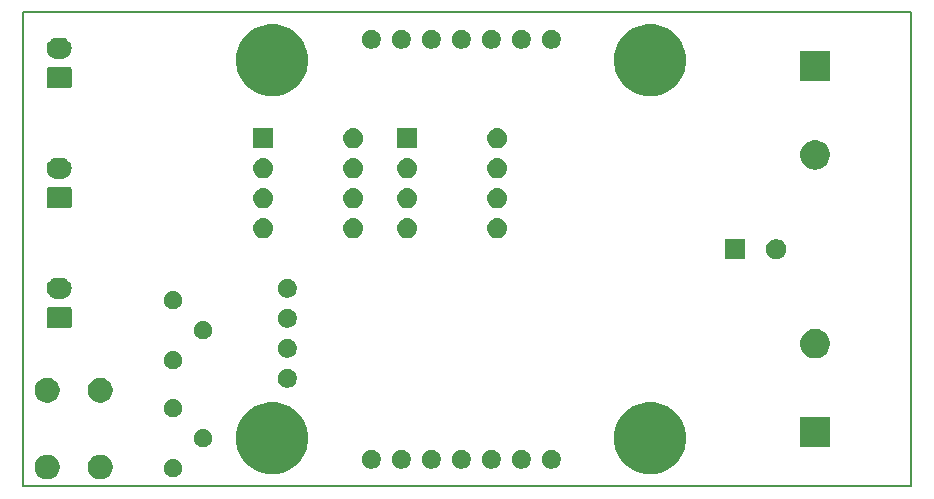
<source format=gbs>
%TF.GenerationSoftware,KiCad,Pcbnew,5.0.2+dfsg1-1*%
%TF.CreationDate,2022-03-26T23:48:49+09:00*%
%TF.ProjectId,pwm-esc,70776d2d-6573-4632-9e6b-696361645f70,rev?*%
%TF.SameCoordinates,Original*%
%TF.FileFunction,Soldermask,Bot*%
%TF.FilePolarity,Negative*%
%FSLAX46Y46*%
G04 Gerber Fmt 4.6, Leading zero omitted, Abs format (unit mm)*
G04 Created by KiCad (PCBNEW 5.0.2+dfsg1-1) date Sat 26 Mar 2022 11:48:49 PM JST*
%MOMM*%
%LPD*%
G01*
G04 APERTURE LIST*
%ADD10C,0.150000*%
%ADD11C,0.100000*%
G04 APERTURE END LIST*
D10*
X109728000Y-121920000D02*
X109728000Y-81788000D01*
X184912000Y-121920000D02*
X109728000Y-121920000D01*
X184912000Y-81788000D02*
X184912000Y-121920000D01*
X109728000Y-81788000D02*
X184912000Y-81788000D01*
D11*
G36*
X116566565Y-119281389D02*
X116757834Y-119360615D01*
X116929976Y-119475637D01*
X117076363Y-119622024D01*
X117191385Y-119794166D01*
X117270611Y-119985435D01*
X117311000Y-120188484D01*
X117311000Y-120395516D01*
X117270611Y-120598565D01*
X117191385Y-120789834D01*
X117076363Y-120961976D01*
X116929976Y-121108363D01*
X116757834Y-121223385D01*
X116566565Y-121302611D01*
X116363516Y-121343000D01*
X116156484Y-121343000D01*
X115953435Y-121302611D01*
X115762166Y-121223385D01*
X115590024Y-121108363D01*
X115443637Y-120961976D01*
X115328615Y-120789834D01*
X115249389Y-120598565D01*
X115209000Y-120395516D01*
X115209000Y-120188484D01*
X115249389Y-119985435D01*
X115328615Y-119794166D01*
X115443637Y-119622024D01*
X115590024Y-119475637D01*
X115762166Y-119360615D01*
X115953435Y-119281389D01*
X116156484Y-119241000D01*
X116363516Y-119241000D01*
X116566565Y-119281389D01*
X116566565Y-119281389D01*
G37*
G36*
X112066565Y-119281389D02*
X112257834Y-119360615D01*
X112429976Y-119475637D01*
X112576363Y-119622024D01*
X112691385Y-119794166D01*
X112770611Y-119985435D01*
X112811000Y-120188484D01*
X112811000Y-120395516D01*
X112770611Y-120598565D01*
X112691385Y-120789834D01*
X112576363Y-120961976D01*
X112429976Y-121108363D01*
X112257834Y-121223385D01*
X112066565Y-121302611D01*
X111863516Y-121343000D01*
X111656484Y-121343000D01*
X111453435Y-121302611D01*
X111262166Y-121223385D01*
X111090024Y-121108363D01*
X110943637Y-120961976D01*
X110828615Y-120789834D01*
X110749389Y-120598565D01*
X110709000Y-120395516D01*
X110709000Y-120188484D01*
X110749389Y-119985435D01*
X110828615Y-119794166D01*
X110943637Y-119622024D01*
X111090024Y-119475637D01*
X111262166Y-119360615D01*
X111453435Y-119281389D01*
X111656484Y-119241000D01*
X111863516Y-119241000D01*
X112066565Y-119281389D01*
X112066565Y-119281389D01*
G37*
G36*
X122553589Y-119634876D02*
X122652893Y-119654629D01*
X122793206Y-119712748D01*
X122919484Y-119797125D01*
X123026875Y-119904516D01*
X123111252Y-120030794D01*
X123169371Y-120171107D01*
X123199000Y-120320063D01*
X123199000Y-120471937D01*
X123169371Y-120620893D01*
X123111252Y-120761206D01*
X123026875Y-120887484D01*
X122919484Y-120994875D01*
X122793206Y-121079252D01*
X122652893Y-121137371D01*
X122553589Y-121157124D01*
X122503938Y-121167000D01*
X122352062Y-121167000D01*
X122302411Y-121157124D01*
X122203107Y-121137371D01*
X122062794Y-121079252D01*
X121936516Y-120994875D01*
X121829125Y-120887484D01*
X121744748Y-120761206D01*
X121686629Y-120620893D01*
X121657000Y-120471937D01*
X121657000Y-120320063D01*
X121686629Y-120171107D01*
X121744748Y-120030794D01*
X121829125Y-119904516D01*
X121936516Y-119797125D01*
X122062794Y-119712748D01*
X122203107Y-119654629D01*
X122302411Y-119634876D01*
X122352062Y-119625000D01*
X122503938Y-119625000D01*
X122553589Y-119634876D01*
X122553589Y-119634876D01*
G37*
G36*
X131699941Y-114922248D02*
X131699943Y-114922249D01*
X131699944Y-114922249D01*
X132255190Y-115152239D01*
X132613923Y-115391937D01*
X132754902Y-115486136D01*
X133179864Y-115911098D01*
X133179866Y-115911101D01*
X133513761Y-116410810D01*
X133743751Y-116966056D01*
X133743752Y-116966059D01*
X133861000Y-117555501D01*
X133861000Y-118156499D01*
X133772981Y-118599000D01*
X133743751Y-118745944D01*
X133513761Y-119301190D01*
X133238767Y-119712748D01*
X133179864Y-119800902D01*
X132754902Y-120225864D01*
X132754899Y-120225866D01*
X132255190Y-120559761D01*
X131699944Y-120789751D01*
X131699943Y-120789751D01*
X131699941Y-120789752D01*
X131110499Y-120907000D01*
X130509501Y-120907000D01*
X129920059Y-120789752D01*
X129920057Y-120789751D01*
X129920056Y-120789751D01*
X129364810Y-120559761D01*
X128865101Y-120225866D01*
X128865098Y-120225864D01*
X128440136Y-119800902D01*
X128381233Y-119712748D01*
X128106239Y-119301190D01*
X127876249Y-118745944D01*
X127847020Y-118599000D01*
X127759000Y-118156499D01*
X127759000Y-117555501D01*
X127876248Y-116966059D01*
X127876249Y-116966056D01*
X128106239Y-116410810D01*
X128440134Y-115911101D01*
X128440136Y-115911098D01*
X128865098Y-115486136D01*
X129006077Y-115391937D01*
X129364810Y-115152239D01*
X129920056Y-114922249D01*
X129920057Y-114922249D01*
X129920059Y-114922248D01*
X130509501Y-114805000D01*
X131110499Y-114805000D01*
X131699941Y-114922248D01*
X131699941Y-114922248D01*
G37*
G36*
X163699941Y-114922248D02*
X163699943Y-114922249D01*
X163699944Y-114922249D01*
X164255190Y-115152239D01*
X164613923Y-115391937D01*
X164754902Y-115486136D01*
X165179864Y-115911098D01*
X165179866Y-115911101D01*
X165513761Y-116410810D01*
X165743751Y-116966056D01*
X165743752Y-116966059D01*
X165861000Y-117555501D01*
X165861000Y-118156499D01*
X165772981Y-118599000D01*
X165743751Y-118745944D01*
X165513761Y-119301190D01*
X165238767Y-119712748D01*
X165179864Y-119800902D01*
X164754902Y-120225864D01*
X164754899Y-120225866D01*
X164255190Y-120559761D01*
X163699944Y-120789751D01*
X163699943Y-120789751D01*
X163699941Y-120789752D01*
X163110499Y-120907000D01*
X162509501Y-120907000D01*
X161920059Y-120789752D01*
X161920057Y-120789751D01*
X161920056Y-120789751D01*
X161364810Y-120559761D01*
X160865101Y-120225866D01*
X160865098Y-120225864D01*
X160440136Y-119800902D01*
X160381233Y-119712748D01*
X160106239Y-119301190D01*
X159876249Y-118745944D01*
X159847020Y-118599000D01*
X159759000Y-118156499D01*
X159759000Y-117555501D01*
X159876248Y-116966059D01*
X159876249Y-116966056D01*
X160106239Y-116410810D01*
X160440134Y-115911101D01*
X160440136Y-115911098D01*
X160865098Y-115486136D01*
X161006077Y-115391937D01*
X161364810Y-115152239D01*
X161920056Y-114922249D01*
X161920057Y-114922249D01*
X161920059Y-114922248D01*
X162509501Y-114805000D01*
X163110499Y-114805000D01*
X163699941Y-114922248D01*
X163699941Y-114922248D01*
G37*
G36*
X152127142Y-118854242D02*
X152275102Y-118915530D01*
X152408258Y-119004502D01*
X152521498Y-119117742D01*
X152610470Y-119250898D01*
X152671758Y-119398858D01*
X152703000Y-119555925D01*
X152703000Y-119716075D01*
X152671758Y-119873142D01*
X152610470Y-120021102D01*
X152521498Y-120154258D01*
X152408258Y-120267498D01*
X152275102Y-120356470D01*
X152127142Y-120417758D01*
X151970075Y-120449000D01*
X151809925Y-120449000D01*
X151652858Y-120417758D01*
X151504898Y-120356470D01*
X151371742Y-120267498D01*
X151258502Y-120154258D01*
X151169530Y-120021102D01*
X151108242Y-119873142D01*
X151077000Y-119716075D01*
X151077000Y-119555925D01*
X151108242Y-119398858D01*
X151169530Y-119250898D01*
X151258502Y-119117742D01*
X151371742Y-119004502D01*
X151504898Y-118915530D01*
X151652858Y-118854242D01*
X151809925Y-118823000D01*
X151970075Y-118823000D01*
X152127142Y-118854242D01*
X152127142Y-118854242D01*
G37*
G36*
X149587142Y-118854242D02*
X149735102Y-118915530D01*
X149868258Y-119004502D01*
X149981498Y-119117742D01*
X150070470Y-119250898D01*
X150131758Y-119398858D01*
X150163000Y-119555925D01*
X150163000Y-119716075D01*
X150131758Y-119873142D01*
X150070470Y-120021102D01*
X149981498Y-120154258D01*
X149868258Y-120267498D01*
X149735102Y-120356470D01*
X149587142Y-120417758D01*
X149430075Y-120449000D01*
X149269925Y-120449000D01*
X149112858Y-120417758D01*
X148964898Y-120356470D01*
X148831742Y-120267498D01*
X148718502Y-120154258D01*
X148629530Y-120021102D01*
X148568242Y-119873142D01*
X148537000Y-119716075D01*
X148537000Y-119555925D01*
X148568242Y-119398858D01*
X148629530Y-119250898D01*
X148718502Y-119117742D01*
X148831742Y-119004502D01*
X148964898Y-118915530D01*
X149112858Y-118854242D01*
X149269925Y-118823000D01*
X149430075Y-118823000D01*
X149587142Y-118854242D01*
X149587142Y-118854242D01*
G37*
G36*
X147047142Y-118854242D02*
X147195102Y-118915530D01*
X147328258Y-119004502D01*
X147441498Y-119117742D01*
X147530470Y-119250898D01*
X147591758Y-119398858D01*
X147623000Y-119555925D01*
X147623000Y-119716075D01*
X147591758Y-119873142D01*
X147530470Y-120021102D01*
X147441498Y-120154258D01*
X147328258Y-120267498D01*
X147195102Y-120356470D01*
X147047142Y-120417758D01*
X146890075Y-120449000D01*
X146729925Y-120449000D01*
X146572858Y-120417758D01*
X146424898Y-120356470D01*
X146291742Y-120267498D01*
X146178502Y-120154258D01*
X146089530Y-120021102D01*
X146028242Y-119873142D01*
X145997000Y-119716075D01*
X145997000Y-119555925D01*
X146028242Y-119398858D01*
X146089530Y-119250898D01*
X146178502Y-119117742D01*
X146291742Y-119004502D01*
X146424898Y-118915530D01*
X146572858Y-118854242D01*
X146729925Y-118823000D01*
X146890075Y-118823000D01*
X147047142Y-118854242D01*
X147047142Y-118854242D01*
G37*
G36*
X144507142Y-118854242D02*
X144655102Y-118915530D01*
X144788258Y-119004502D01*
X144901498Y-119117742D01*
X144990470Y-119250898D01*
X145051758Y-119398858D01*
X145083000Y-119555925D01*
X145083000Y-119716075D01*
X145051758Y-119873142D01*
X144990470Y-120021102D01*
X144901498Y-120154258D01*
X144788258Y-120267498D01*
X144655102Y-120356470D01*
X144507142Y-120417758D01*
X144350075Y-120449000D01*
X144189925Y-120449000D01*
X144032858Y-120417758D01*
X143884898Y-120356470D01*
X143751742Y-120267498D01*
X143638502Y-120154258D01*
X143549530Y-120021102D01*
X143488242Y-119873142D01*
X143457000Y-119716075D01*
X143457000Y-119555925D01*
X143488242Y-119398858D01*
X143549530Y-119250898D01*
X143638502Y-119117742D01*
X143751742Y-119004502D01*
X143884898Y-118915530D01*
X144032858Y-118854242D01*
X144189925Y-118823000D01*
X144350075Y-118823000D01*
X144507142Y-118854242D01*
X144507142Y-118854242D01*
G37*
G36*
X141967142Y-118854242D02*
X142115102Y-118915530D01*
X142248258Y-119004502D01*
X142361498Y-119117742D01*
X142450470Y-119250898D01*
X142511758Y-119398858D01*
X142543000Y-119555925D01*
X142543000Y-119716075D01*
X142511758Y-119873142D01*
X142450470Y-120021102D01*
X142361498Y-120154258D01*
X142248258Y-120267498D01*
X142115102Y-120356470D01*
X141967142Y-120417758D01*
X141810075Y-120449000D01*
X141649925Y-120449000D01*
X141492858Y-120417758D01*
X141344898Y-120356470D01*
X141211742Y-120267498D01*
X141098502Y-120154258D01*
X141009530Y-120021102D01*
X140948242Y-119873142D01*
X140917000Y-119716075D01*
X140917000Y-119555925D01*
X140948242Y-119398858D01*
X141009530Y-119250898D01*
X141098502Y-119117742D01*
X141211742Y-119004502D01*
X141344898Y-118915530D01*
X141492858Y-118854242D01*
X141649925Y-118823000D01*
X141810075Y-118823000D01*
X141967142Y-118854242D01*
X141967142Y-118854242D01*
G37*
G36*
X139427142Y-118854242D02*
X139575102Y-118915530D01*
X139708258Y-119004502D01*
X139821498Y-119117742D01*
X139910470Y-119250898D01*
X139971758Y-119398858D01*
X140003000Y-119555925D01*
X140003000Y-119716075D01*
X139971758Y-119873142D01*
X139910470Y-120021102D01*
X139821498Y-120154258D01*
X139708258Y-120267498D01*
X139575102Y-120356470D01*
X139427142Y-120417758D01*
X139270075Y-120449000D01*
X139109925Y-120449000D01*
X138952858Y-120417758D01*
X138804898Y-120356470D01*
X138671742Y-120267498D01*
X138558502Y-120154258D01*
X138469530Y-120021102D01*
X138408242Y-119873142D01*
X138377000Y-119716075D01*
X138377000Y-119555925D01*
X138408242Y-119398858D01*
X138469530Y-119250898D01*
X138558502Y-119117742D01*
X138671742Y-119004502D01*
X138804898Y-118915530D01*
X138952858Y-118854242D01*
X139109925Y-118823000D01*
X139270075Y-118823000D01*
X139427142Y-118854242D01*
X139427142Y-118854242D01*
G37*
G36*
X154667142Y-118854242D02*
X154815102Y-118915530D01*
X154948258Y-119004502D01*
X155061498Y-119117742D01*
X155150470Y-119250898D01*
X155211758Y-119398858D01*
X155243000Y-119555925D01*
X155243000Y-119716075D01*
X155211758Y-119873142D01*
X155150470Y-120021102D01*
X155061498Y-120154258D01*
X154948258Y-120267498D01*
X154815102Y-120356470D01*
X154667142Y-120417758D01*
X154510075Y-120449000D01*
X154349925Y-120449000D01*
X154192858Y-120417758D01*
X154044898Y-120356470D01*
X153911742Y-120267498D01*
X153798502Y-120154258D01*
X153709530Y-120021102D01*
X153648242Y-119873142D01*
X153617000Y-119716075D01*
X153617000Y-119555925D01*
X153648242Y-119398858D01*
X153709530Y-119250898D01*
X153798502Y-119117742D01*
X153911742Y-119004502D01*
X154044898Y-118915530D01*
X154192858Y-118854242D01*
X154349925Y-118823000D01*
X154510075Y-118823000D01*
X154667142Y-118854242D01*
X154667142Y-118854242D01*
G37*
G36*
X125093589Y-117094876D02*
X125192893Y-117114629D01*
X125333206Y-117172748D01*
X125459484Y-117257125D01*
X125566875Y-117364516D01*
X125651252Y-117490794D01*
X125709371Y-117631107D01*
X125739000Y-117780063D01*
X125739000Y-117931937D01*
X125709371Y-118080893D01*
X125651252Y-118221206D01*
X125566875Y-118347484D01*
X125459484Y-118454875D01*
X125333206Y-118539252D01*
X125192893Y-118597371D01*
X125093589Y-118617124D01*
X125043938Y-118627000D01*
X124892062Y-118627000D01*
X124842411Y-118617124D01*
X124743107Y-118597371D01*
X124602794Y-118539252D01*
X124476516Y-118454875D01*
X124369125Y-118347484D01*
X124284748Y-118221206D01*
X124226629Y-118080893D01*
X124197000Y-117931937D01*
X124197000Y-117780063D01*
X124226629Y-117631107D01*
X124284748Y-117490794D01*
X124369125Y-117364516D01*
X124476516Y-117257125D01*
X124602794Y-117172748D01*
X124743107Y-117114629D01*
X124842411Y-117094876D01*
X124892062Y-117085000D01*
X125043938Y-117085000D01*
X125093589Y-117094876D01*
X125093589Y-117094876D01*
G37*
G36*
X178035000Y-118599000D02*
X175533000Y-118599000D01*
X175533000Y-116097000D01*
X178035000Y-116097000D01*
X178035000Y-118599000D01*
X178035000Y-118599000D01*
G37*
G36*
X122553589Y-114554876D02*
X122652893Y-114574629D01*
X122793206Y-114632748D01*
X122919484Y-114717125D01*
X123026875Y-114824516D01*
X123111252Y-114950794D01*
X123169371Y-115091107D01*
X123199000Y-115240063D01*
X123199000Y-115391937D01*
X123169371Y-115540893D01*
X123111252Y-115681206D01*
X123026875Y-115807484D01*
X122919484Y-115914875D01*
X122793206Y-115999252D01*
X122652893Y-116057371D01*
X122553589Y-116077124D01*
X122503938Y-116087000D01*
X122352062Y-116087000D01*
X122302411Y-116077124D01*
X122203107Y-116057371D01*
X122062794Y-115999252D01*
X121936516Y-115914875D01*
X121829125Y-115807484D01*
X121744748Y-115681206D01*
X121686629Y-115540893D01*
X121657000Y-115391937D01*
X121657000Y-115240063D01*
X121686629Y-115091107D01*
X121744748Y-114950794D01*
X121829125Y-114824516D01*
X121936516Y-114717125D01*
X122062794Y-114632748D01*
X122203107Y-114574629D01*
X122302411Y-114554876D01*
X122352062Y-114545000D01*
X122503938Y-114545000D01*
X122553589Y-114554876D01*
X122553589Y-114554876D01*
G37*
G36*
X112066565Y-112781389D02*
X112257834Y-112860615D01*
X112429976Y-112975637D01*
X112576363Y-113122024D01*
X112691385Y-113294166D01*
X112770611Y-113485435D01*
X112811000Y-113688484D01*
X112811000Y-113895516D01*
X112770611Y-114098565D01*
X112691385Y-114289834D01*
X112576363Y-114461976D01*
X112429976Y-114608363D01*
X112257834Y-114723385D01*
X112066565Y-114802611D01*
X111863516Y-114843000D01*
X111656484Y-114843000D01*
X111453435Y-114802611D01*
X111262166Y-114723385D01*
X111090024Y-114608363D01*
X110943637Y-114461976D01*
X110828615Y-114289834D01*
X110749389Y-114098565D01*
X110709000Y-113895516D01*
X110709000Y-113688484D01*
X110749389Y-113485435D01*
X110828615Y-113294166D01*
X110943637Y-113122024D01*
X111090024Y-112975637D01*
X111262166Y-112860615D01*
X111453435Y-112781389D01*
X111656484Y-112741000D01*
X111863516Y-112741000D01*
X112066565Y-112781389D01*
X112066565Y-112781389D01*
G37*
G36*
X116566565Y-112781389D02*
X116757834Y-112860615D01*
X116929976Y-112975637D01*
X117076363Y-113122024D01*
X117191385Y-113294166D01*
X117270611Y-113485435D01*
X117311000Y-113688484D01*
X117311000Y-113895516D01*
X117270611Y-114098565D01*
X117191385Y-114289834D01*
X117076363Y-114461976D01*
X116929976Y-114608363D01*
X116757834Y-114723385D01*
X116566565Y-114802611D01*
X116363516Y-114843000D01*
X116156484Y-114843000D01*
X115953435Y-114802611D01*
X115762166Y-114723385D01*
X115590024Y-114608363D01*
X115443637Y-114461976D01*
X115328615Y-114289834D01*
X115249389Y-114098565D01*
X115209000Y-113895516D01*
X115209000Y-113688484D01*
X115249389Y-113485435D01*
X115328615Y-113294166D01*
X115443637Y-113122024D01*
X115590024Y-112975637D01*
X115762166Y-112860615D01*
X115953435Y-112781389D01*
X116156484Y-112741000D01*
X116363516Y-112741000D01*
X116566565Y-112781389D01*
X116566565Y-112781389D01*
G37*
G36*
X132317142Y-111994242D02*
X132465102Y-112055530D01*
X132598258Y-112144502D01*
X132711498Y-112257742D01*
X132800470Y-112390898D01*
X132861758Y-112538858D01*
X132893000Y-112695925D01*
X132893000Y-112856075D01*
X132861758Y-113013142D01*
X132816657Y-113122024D01*
X132800471Y-113161100D01*
X132711560Y-113294166D01*
X132711498Y-113294258D01*
X132598258Y-113407498D01*
X132465102Y-113496470D01*
X132317142Y-113557758D01*
X132160075Y-113589000D01*
X131999925Y-113589000D01*
X131842858Y-113557758D01*
X131694898Y-113496470D01*
X131561742Y-113407498D01*
X131448502Y-113294258D01*
X131448441Y-113294166D01*
X131359529Y-113161100D01*
X131343343Y-113122024D01*
X131298242Y-113013142D01*
X131267000Y-112856075D01*
X131267000Y-112695925D01*
X131298242Y-112538858D01*
X131359530Y-112390898D01*
X131448502Y-112257742D01*
X131561742Y-112144502D01*
X131694898Y-112055530D01*
X131842858Y-111994242D01*
X131999925Y-111963000D01*
X132160075Y-111963000D01*
X132317142Y-111994242D01*
X132317142Y-111994242D01*
G37*
G36*
X122553589Y-110490876D02*
X122652893Y-110510629D01*
X122793206Y-110568748D01*
X122919484Y-110653125D01*
X123026875Y-110760516D01*
X123111252Y-110886794D01*
X123169371Y-111027107D01*
X123199000Y-111176063D01*
X123199000Y-111327937D01*
X123169371Y-111476893D01*
X123111252Y-111617206D01*
X123026875Y-111743484D01*
X122919484Y-111850875D01*
X122793206Y-111935252D01*
X122652893Y-111993371D01*
X122553589Y-112013124D01*
X122503938Y-112023000D01*
X122352062Y-112023000D01*
X122302411Y-112013124D01*
X122203107Y-111993371D01*
X122062794Y-111935252D01*
X121936516Y-111850875D01*
X121829125Y-111743484D01*
X121744748Y-111617206D01*
X121686629Y-111476893D01*
X121657000Y-111327937D01*
X121657000Y-111176063D01*
X121686629Y-111027107D01*
X121744748Y-110886794D01*
X121829125Y-110760516D01*
X121936516Y-110653125D01*
X122062794Y-110568748D01*
X122203107Y-110510629D01*
X122302411Y-110490876D01*
X122352062Y-110481000D01*
X122503938Y-110481000D01*
X122553589Y-110490876D01*
X122553589Y-110490876D01*
G37*
G36*
X176967636Y-108609019D02*
X177148903Y-108645075D01*
X177376571Y-108739378D01*
X177580542Y-108875668D01*
X177581469Y-108876287D01*
X177755713Y-109050531D01*
X177755715Y-109050534D01*
X177892622Y-109255429D01*
X177986925Y-109483097D01*
X178035000Y-109724787D01*
X178035000Y-109971213D01*
X177986925Y-110212903D01*
X177892622Y-110440571D01*
X177756332Y-110644542D01*
X177755713Y-110645469D01*
X177581469Y-110819713D01*
X177581466Y-110819715D01*
X177376571Y-110956622D01*
X177148903Y-111050925D01*
X176967636Y-111086981D01*
X176907214Y-111099000D01*
X176660786Y-111099000D01*
X176600364Y-111086981D01*
X176419097Y-111050925D01*
X176191429Y-110956622D01*
X175986534Y-110819715D01*
X175986531Y-110819713D01*
X175812287Y-110645469D01*
X175811668Y-110644542D01*
X175675378Y-110440571D01*
X175581075Y-110212903D01*
X175533000Y-109971213D01*
X175533000Y-109724787D01*
X175581075Y-109483097D01*
X175675378Y-109255429D01*
X175812285Y-109050534D01*
X175812287Y-109050531D01*
X175986531Y-108876287D01*
X175987458Y-108875668D01*
X176191429Y-108739378D01*
X176419097Y-108645075D01*
X176600364Y-108609019D01*
X176660786Y-108597000D01*
X176907214Y-108597000D01*
X176967636Y-108609019D01*
X176967636Y-108609019D01*
G37*
G36*
X132317142Y-109454242D02*
X132465102Y-109515530D01*
X132532130Y-109560317D01*
X132598257Y-109604501D01*
X132711499Y-109717743D01*
X132755683Y-109783870D01*
X132800470Y-109850898D01*
X132861758Y-109998858D01*
X132893000Y-110155925D01*
X132893000Y-110316075D01*
X132861758Y-110473142D01*
X132858503Y-110481000D01*
X132800471Y-110621100D01*
X132711499Y-110754257D01*
X132598257Y-110867499D01*
X132532130Y-110911683D01*
X132465102Y-110956470D01*
X132465101Y-110956471D01*
X132465100Y-110956471D01*
X132464735Y-110956622D01*
X132317142Y-111017758D01*
X132160075Y-111049000D01*
X131999925Y-111049000D01*
X131842858Y-111017758D01*
X131695265Y-110956622D01*
X131694900Y-110956471D01*
X131694899Y-110956471D01*
X131694898Y-110956470D01*
X131627870Y-110911683D01*
X131561743Y-110867499D01*
X131448501Y-110754257D01*
X131359529Y-110621100D01*
X131301497Y-110481000D01*
X131298242Y-110473142D01*
X131267000Y-110316075D01*
X131267000Y-110155925D01*
X131298242Y-109998858D01*
X131359530Y-109850898D01*
X131404317Y-109783870D01*
X131448501Y-109717743D01*
X131561743Y-109604501D01*
X131627870Y-109560317D01*
X131694898Y-109515530D01*
X131842858Y-109454242D01*
X131999925Y-109423000D01*
X132160075Y-109423000D01*
X132317142Y-109454242D01*
X132317142Y-109454242D01*
G37*
G36*
X125093589Y-107950876D02*
X125192893Y-107970629D01*
X125333206Y-108028748D01*
X125459484Y-108113125D01*
X125566875Y-108220516D01*
X125651252Y-108346794D01*
X125709371Y-108487107D01*
X125739000Y-108636063D01*
X125739000Y-108787937D01*
X125709371Y-108936893D01*
X125651252Y-109077206D01*
X125566875Y-109203484D01*
X125459484Y-109310875D01*
X125333206Y-109395252D01*
X125192893Y-109453371D01*
X125093589Y-109473124D01*
X125043938Y-109483000D01*
X124892062Y-109483000D01*
X124842411Y-109473124D01*
X124743107Y-109453371D01*
X124602794Y-109395252D01*
X124476516Y-109310875D01*
X124369125Y-109203484D01*
X124284748Y-109077206D01*
X124226629Y-108936893D01*
X124197000Y-108787937D01*
X124197000Y-108636063D01*
X124226629Y-108487107D01*
X124284748Y-108346794D01*
X124369125Y-108220516D01*
X124476516Y-108113125D01*
X124602794Y-108028748D01*
X124743107Y-107970629D01*
X124842411Y-107950876D01*
X124892062Y-107941000D01*
X125043938Y-107941000D01*
X125093589Y-107950876D01*
X125093589Y-107950876D01*
G37*
G36*
X113684600Y-106758989D02*
X113717649Y-106769014D01*
X113748106Y-106785294D01*
X113774799Y-106807201D01*
X113796706Y-106833894D01*
X113812986Y-106864351D01*
X113823011Y-106897400D01*
X113827000Y-106937904D01*
X113827000Y-108374096D01*
X113823011Y-108414600D01*
X113812986Y-108447649D01*
X113796706Y-108478106D01*
X113774799Y-108504799D01*
X113748106Y-108526706D01*
X113717649Y-108542986D01*
X113684600Y-108553011D01*
X113644096Y-108557000D01*
X111907904Y-108557000D01*
X111867400Y-108553011D01*
X111834351Y-108542986D01*
X111803894Y-108526706D01*
X111777201Y-108504799D01*
X111755294Y-108478106D01*
X111739014Y-108447649D01*
X111728989Y-108414600D01*
X111725000Y-108374096D01*
X111725000Y-106937904D01*
X111728989Y-106897400D01*
X111739014Y-106864351D01*
X111755294Y-106833894D01*
X111777201Y-106807201D01*
X111803894Y-106785294D01*
X111834351Y-106769014D01*
X111867400Y-106758989D01*
X111907904Y-106755000D01*
X113644096Y-106755000D01*
X113684600Y-106758989D01*
X113684600Y-106758989D01*
G37*
G36*
X132317142Y-106914242D02*
X132465102Y-106975530D01*
X132598258Y-107064502D01*
X132711498Y-107177742D01*
X132800470Y-107310898D01*
X132861758Y-107458858D01*
X132893000Y-107615925D01*
X132893000Y-107776075D01*
X132861758Y-107933142D01*
X132858503Y-107941000D01*
X132800471Y-108081100D01*
X132711499Y-108214257D01*
X132598257Y-108327499D01*
X132532130Y-108371683D01*
X132465102Y-108416470D01*
X132317142Y-108477758D01*
X132160075Y-108509000D01*
X131999925Y-108509000D01*
X131842858Y-108477758D01*
X131694898Y-108416470D01*
X131627870Y-108371683D01*
X131561743Y-108327499D01*
X131448501Y-108214257D01*
X131359529Y-108081100D01*
X131301497Y-107941000D01*
X131298242Y-107933142D01*
X131267000Y-107776075D01*
X131267000Y-107615925D01*
X131298242Y-107458858D01*
X131359530Y-107310898D01*
X131448502Y-107177742D01*
X131561742Y-107064502D01*
X131694898Y-106975530D01*
X131842858Y-106914242D01*
X131999925Y-106883000D01*
X132160075Y-106883000D01*
X132317142Y-106914242D01*
X132317142Y-106914242D01*
G37*
G36*
X122553589Y-105410876D02*
X122652893Y-105430629D01*
X122793206Y-105488748D01*
X122919484Y-105573125D01*
X123026875Y-105680516D01*
X123111252Y-105806794D01*
X123169371Y-105947107D01*
X123199000Y-106096063D01*
X123199000Y-106247937D01*
X123169371Y-106396893D01*
X123111252Y-106537206D01*
X123026875Y-106663484D01*
X122919484Y-106770875D01*
X122793206Y-106855252D01*
X122652893Y-106913371D01*
X122553589Y-106933124D01*
X122503938Y-106943000D01*
X122352062Y-106943000D01*
X122302411Y-106933124D01*
X122203107Y-106913371D01*
X122062794Y-106855252D01*
X121936516Y-106770875D01*
X121829125Y-106663484D01*
X121744748Y-106537206D01*
X121686629Y-106396893D01*
X121657000Y-106247937D01*
X121657000Y-106096063D01*
X121686629Y-105947107D01*
X121744748Y-105806794D01*
X121829125Y-105680516D01*
X121936516Y-105573125D01*
X122062794Y-105488748D01*
X122203107Y-105430629D01*
X122302411Y-105410876D01*
X122352062Y-105401000D01*
X122503938Y-105401000D01*
X122553589Y-105410876D01*
X122553589Y-105410876D01*
G37*
G36*
X113036442Y-104261518D02*
X113102627Y-104268037D01*
X113215853Y-104302384D01*
X113272467Y-104319557D01*
X113374774Y-104374242D01*
X113428991Y-104403222D01*
X113464729Y-104432552D01*
X113566186Y-104515814D01*
X113649448Y-104617271D01*
X113678778Y-104653009D01*
X113678779Y-104653011D01*
X113762443Y-104809533D01*
X113762443Y-104809534D01*
X113813963Y-104979373D01*
X113831359Y-105156000D01*
X113813963Y-105332627D01*
X113793222Y-105401000D01*
X113762443Y-105502467D01*
X113724675Y-105573125D01*
X113678778Y-105658991D01*
X113661113Y-105680516D01*
X113566186Y-105796186D01*
X113468358Y-105876470D01*
X113428991Y-105908778D01*
X113428989Y-105908779D01*
X113272467Y-105992443D01*
X113215853Y-106009616D01*
X113102627Y-106043963D01*
X113036442Y-106050482D01*
X112970260Y-106057000D01*
X112581740Y-106057000D01*
X112515558Y-106050482D01*
X112449373Y-106043963D01*
X112336147Y-106009616D01*
X112279533Y-105992443D01*
X112123011Y-105908779D01*
X112123009Y-105908778D01*
X112083642Y-105876470D01*
X111985814Y-105796186D01*
X111890887Y-105680516D01*
X111873222Y-105658991D01*
X111827325Y-105573125D01*
X111789557Y-105502467D01*
X111758778Y-105401000D01*
X111738037Y-105332627D01*
X111720641Y-105156000D01*
X111738037Y-104979373D01*
X111789557Y-104809534D01*
X111789557Y-104809533D01*
X111873221Y-104653011D01*
X111873222Y-104653009D01*
X111902552Y-104617271D01*
X111985814Y-104515814D01*
X112087271Y-104432552D01*
X112123009Y-104403222D01*
X112177226Y-104374242D01*
X112279533Y-104319557D01*
X112336147Y-104302384D01*
X112449373Y-104268037D01*
X112515558Y-104261518D01*
X112581740Y-104255000D01*
X112970260Y-104255000D01*
X113036442Y-104261518D01*
X113036442Y-104261518D01*
G37*
G36*
X132317142Y-104374242D02*
X132465102Y-104435530D01*
X132532130Y-104480317D01*
X132598257Y-104524501D01*
X132711499Y-104637743D01*
X132755683Y-104703870D01*
X132800470Y-104770898D01*
X132861758Y-104918858D01*
X132893000Y-105075925D01*
X132893000Y-105236075D01*
X132861758Y-105393142D01*
X132858503Y-105401000D01*
X132800471Y-105541100D01*
X132711499Y-105674257D01*
X132598257Y-105787499D01*
X132532130Y-105831683D01*
X132465102Y-105876470D01*
X132317142Y-105937758D01*
X132160075Y-105969000D01*
X131999925Y-105969000D01*
X131842858Y-105937758D01*
X131694898Y-105876470D01*
X131627870Y-105831683D01*
X131561743Y-105787499D01*
X131448501Y-105674257D01*
X131359529Y-105541100D01*
X131301497Y-105401000D01*
X131298242Y-105393142D01*
X131267000Y-105236075D01*
X131267000Y-105075925D01*
X131298242Y-104918858D01*
X131359530Y-104770898D01*
X131404317Y-104703870D01*
X131448501Y-104637743D01*
X131561743Y-104524501D01*
X131627870Y-104480317D01*
X131694898Y-104435530D01*
X131842858Y-104374242D01*
X131999925Y-104343000D01*
X132160075Y-104343000D01*
X132317142Y-104374242D01*
X132317142Y-104374242D01*
G37*
G36*
X173730228Y-101035703D02*
X173885100Y-101099853D01*
X174024481Y-101192985D01*
X174143015Y-101311519D01*
X174236147Y-101450900D01*
X174300297Y-101605772D01*
X174333000Y-101770184D01*
X174333000Y-101937816D01*
X174300297Y-102102228D01*
X174236147Y-102257100D01*
X174143015Y-102396481D01*
X174024481Y-102515015D01*
X173885100Y-102608147D01*
X173730228Y-102672297D01*
X173565816Y-102705000D01*
X173398184Y-102705000D01*
X173233772Y-102672297D01*
X173078900Y-102608147D01*
X172939519Y-102515015D01*
X172820985Y-102396481D01*
X172727853Y-102257100D01*
X172663703Y-102102228D01*
X172631000Y-101937816D01*
X172631000Y-101770184D01*
X172663703Y-101605772D01*
X172727853Y-101450900D01*
X172820985Y-101311519D01*
X172939519Y-101192985D01*
X173078900Y-101099853D01*
X173233772Y-101035703D01*
X173398184Y-101003000D01*
X173565816Y-101003000D01*
X173730228Y-101035703D01*
X173730228Y-101035703D01*
G37*
G36*
X170833000Y-102705000D02*
X169131000Y-102705000D01*
X169131000Y-101003000D01*
X170833000Y-101003000D01*
X170833000Y-102705000D01*
X170833000Y-102705000D01*
G37*
G36*
X150026821Y-99237313D02*
X150026824Y-99237314D01*
X150026825Y-99237314D01*
X150187239Y-99285975D01*
X150187241Y-99285976D01*
X150187244Y-99285977D01*
X150335078Y-99364995D01*
X150464659Y-99471341D01*
X150571005Y-99600922D01*
X150650023Y-99748756D01*
X150698687Y-99909179D01*
X150715117Y-100076000D01*
X150698687Y-100242821D01*
X150650023Y-100403244D01*
X150571005Y-100551078D01*
X150464659Y-100680659D01*
X150335078Y-100787005D01*
X150187244Y-100866023D01*
X150187241Y-100866024D01*
X150187239Y-100866025D01*
X150026825Y-100914686D01*
X150026824Y-100914686D01*
X150026821Y-100914687D01*
X149901804Y-100927000D01*
X149818196Y-100927000D01*
X149693179Y-100914687D01*
X149693176Y-100914686D01*
X149693175Y-100914686D01*
X149532761Y-100866025D01*
X149532759Y-100866024D01*
X149532756Y-100866023D01*
X149384922Y-100787005D01*
X149255341Y-100680659D01*
X149148995Y-100551078D01*
X149069977Y-100403244D01*
X149021313Y-100242821D01*
X149004883Y-100076000D01*
X149021313Y-99909179D01*
X149069977Y-99748756D01*
X149148995Y-99600922D01*
X149255341Y-99471341D01*
X149384922Y-99364995D01*
X149532756Y-99285977D01*
X149532759Y-99285976D01*
X149532761Y-99285975D01*
X149693175Y-99237314D01*
X149693176Y-99237314D01*
X149693179Y-99237313D01*
X149818196Y-99225000D01*
X149901804Y-99225000D01*
X150026821Y-99237313D01*
X150026821Y-99237313D01*
G37*
G36*
X130214821Y-99237313D02*
X130214824Y-99237314D01*
X130214825Y-99237314D01*
X130375239Y-99285975D01*
X130375241Y-99285976D01*
X130375244Y-99285977D01*
X130523078Y-99364995D01*
X130652659Y-99471341D01*
X130759005Y-99600922D01*
X130838023Y-99748756D01*
X130886687Y-99909179D01*
X130903117Y-100076000D01*
X130886687Y-100242821D01*
X130838023Y-100403244D01*
X130759005Y-100551078D01*
X130652659Y-100680659D01*
X130523078Y-100787005D01*
X130375244Y-100866023D01*
X130375241Y-100866024D01*
X130375239Y-100866025D01*
X130214825Y-100914686D01*
X130214824Y-100914686D01*
X130214821Y-100914687D01*
X130089804Y-100927000D01*
X130006196Y-100927000D01*
X129881179Y-100914687D01*
X129881176Y-100914686D01*
X129881175Y-100914686D01*
X129720761Y-100866025D01*
X129720759Y-100866024D01*
X129720756Y-100866023D01*
X129572922Y-100787005D01*
X129443341Y-100680659D01*
X129336995Y-100551078D01*
X129257977Y-100403244D01*
X129209313Y-100242821D01*
X129192883Y-100076000D01*
X129209313Y-99909179D01*
X129257977Y-99748756D01*
X129336995Y-99600922D01*
X129443341Y-99471341D01*
X129572922Y-99364995D01*
X129720756Y-99285977D01*
X129720759Y-99285976D01*
X129720761Y-99285975D01*
X129881175Y-99237314D01*
X129881176Y-99237314D01*
X129881179Y-99237313D01*
X130006196Y-99225000D01*
X130089804Y-99225000D01*
X130214821Y-99237313D01*
X130214821Y-99237313D01*
G37*
G36*
X137834821Y-99237313D02*
X137834824Y-99237314D01*
X137834825Y-99237314D01*
X137995239Y-99285975D01*
X137995241Y-99285976D01*
X137995244Y-99285977D01*
X138143078Y-99364995D01*
X138272659Y-99471341D01*
X138379005Y-99600922D01*
X138458023Y-99748756D01*
X138506687Y-99909179D01*
X138523117Y-100076000D01*
X138506687Y-100242821D01*
X138458023Y-100403244D01*
X138379005Y-100551078D01*
X138272659Y-100680659D01*
X138143078Y-100787005D01*
X137995244Y-100866023D01*
X137995241Y-100866024D01*
X137995239Y-100866025D01*
X137834825Y-100914686D01*
X137834824Y-100914686D01*
X137834821Y-100914687D01*
X137709804Y-100927000D01*
X137626196Y-100927000D01*
X137501179Y-100914687D01*
X137501176Y-100914686D01*
X137501175Y-100914686D01*
X137340761Y-100866025D01*
X137340759Y-100866024D01*
X137340756Y-100866023D01*
X137192922Y-100787005D01*
X137063341Y-100680659D01*
X136956995Y-100551078D01*
X136877977Y-100403244D01*
X136829313Y-100242821D01*
X136812883Y-100076000D01*
X136829313Y-99909179D01*
X136877977Y-99748756D01*
X136956995Y-99600922D01*
X137063341Y-99471341D01*
X137192922Y-99364995D01*
X137340756Y-99285977D01*
X137340759Y-99285976D01*
X137340761Y-99285975D01*
X137501175Y-99237314D01*
X137501176Y-99237314D01*
X137501179Y-99237313D01*
X137626196Y-99225000D01*
X137709804Y-99225000D01*
X137834821Y-99237313D01*
X137834821Y-99237313D01*
G37*
G36*
X142406821Y-99237313D02*
X142406824Y-99237314D01*
X142406825Y-99237314D01*
X142567239Y-99285975D01*
X142567241Y-99285976D01*
X142567244Y-99285977D01*
X142715078Y-99364995D01*
X142844659Y-99471341D01*
X142951005Y-99600922D01*
X143030023Y-99748756D01*
X143078687Y-99909179D01*
X143095117Y-100076000D01*
X143078687Y-100242821D01*
X143030023Y-100403244D01*
X142951005Y-100551078D01*
X142844659Y-100680659D01*
X142715078Y-100787005D01*
X142567244Y-100866023D01*
X142567241Y-100866024D01*
X142567239Y-100866025D01*
X142406825Y-100914686D01*
X142406824Y-100914686D01*
X142406821Y-100914687D01*
X142281804Y-100927000D01*
X142198196Y-100927000D01*
X142073179Y-100914687D01*
X142073176Y-100914686D01*
X142073175Y-100914686D01*
X141912761Y-100866025D01*
X141912759Y-100866024D01*
X141912756Y-100866023D01*
X141764922Y-100787005D01*
X141635341Y-100680659D01*
X141528995Y-100551078D01*
X141449977Y-100403244D01*
X141401313Y-100242821D01*
X141384883Y-100076000D01*
X141401313Y-99909179D01*
X141449977Y-99748756D01*
X141528995Y-99600922D01*
X141635341Y-99471341D01*
X141764922Y-99364995D01*
X141912756Y-99285977D01*
X141912759Y-99285976D01*
X141912761Y-99285975D01*
X142073175Y-99237314D01*
X142073176Y-99237314D01*
X142073179Y-99237313D01*
X142198196Y-99225000D01*
X142281804Y-99225000D01*
X142406821Y-99237313D01*
X142406821Y-99237313D01*
G37*
G36*
X113684600Y-96598989D02*
X113717649Y-96609014D01*
X113748106Y-96625294D01*
X113774799Y-96647201D01*
X113796706Y-96673894D01*
X113812986Y-96704351D01*
X113823011Y-96737400D01*
X113827000Y-96777904D01*
X113827000Y-98214096D01*
X113823011Y-98254600D01*
X113812986Y-98287649D01*
X113796706Y-98318106D01*
X113774799Y-98344799D01*
X113748106Y-98366706D01*
X113717649Y-98382986D01*
X113684600Y-98393011D01*
X113644096Y-98397000D01*
X111907904Y-98397000D01*
X111867400Y-98393011D01*
X111834351Y-98382986D01*
X111803894Y-98366706D01*
X111777201Y-98344799D01*
X111755294Y-98318106D01*
X111739014Y-98287649D01*
X111728989Y-98254600D01*
X111725000Y-98214096D01*
X111725000Y-96777904D01*
X111728989Y-96737400D01*
X111739014Y-96704351D01*
X111755294Y-96673894D01*
X111777201Y-96647201D01*
X111803894Y-96625294D01*
X111834351Y-96609014D01*
X111867400Y-96598989D01*
X111907904Y-96595000D01*
X113644096Y-96595000D01*
X113684600Y-96598989D01*
X113684600Y-96598989D01*
G37*
G36*
X137834821Y-96697313D02*
X137834824Y-96697314D01*
X137834825Y-96697314D01*
X137995239Y-96745975D01*
X137995241Y-96745976D01*
X137995244Y-96745977D01*
X138143078Y-96824995D01*
X138272659Y-96931341D01*
X138379005Y-97060922D01*
X138458023Y-97208756D01*
X138506687Y-97369179D01*
X138523117Y-97536000D01*
X138506687Y-97702821D01*
X138458023Y-97863244D01*
X138379005Y-98011078D01*
X138272659Y-98140659D01*
X138143078Y-98247005D01*
X137995244Y-98326023D01*
X137995241Y-98326024D01*
X137995239Y-98326025D01*
X137834825Y-98374686D01*
X137834824Y-98374686D01*
X137834821Y-98374687D01*
X137709804Y-98387000D01*
X137626196Y-98387000D01*
X137501179Y-98374687D01*
X137501176Y-98374686D01*
X137501175Y-98374686D01*
X137340761Y-98326025D01*
X137340759Y-98326024D01*
X137340756Y-98326023D01*
X137192922Y-98247005D01*
X137063341Y-98140659D01*
X136956995Y-98011078D01*
X136877977Y-97863244D01*
X136829313Y-97702821D01*
X136812883Y-97536000D01*
X136829313Y-97369179D01*
X136877977Y-97208756D01*
X136956995Y-97060922D01*
X137063341Y-96931341D01*
X137192922Y-96824995D01*
X137340756Y-96745977D01*
X137340759Y-96745976D01*
X137340761Y-96745975D01*
X137501175Y-96697314D01*
X137501176Y-96697314D01*
X137501179Y-96697313D01*
X137626196Y-96685000D01*
X137709804Y-96685000D01*
X137834821Y-96697313D01*
X137834821Y-96697313D01*
G37*
G36*
X130214821Y-96697313D02*
X130214824Y-96697314D01*
X130214825Y-96697314D01*
X130375239Y-96745975D01*
X130375241Y-96745976D01*
X130375244Y-96745977D01*
X130523078Y-96824995D01*
X130652659Y-96931341D01*
X130759005Y-97060922D01*
X130838023Y-97208756D01*
X130886687Y-97369179D01*
X130903117Y-97536000D01*
X130886687Y-97702821D01*
X130838023Y-97863244D01*
X130759005Y-98011078D01*
X130652659Y-98140659D01*
X130523078Y-98247005D01*
X130375244Y-98326023D01*
X130375241Y-98326024D01*
X130375239Y-98326025D01*
X130214825Y-98374686D01*
X130214824Y-98374686D01*
X130214821Y-98374687D01*
X130089804Y-98387000D01*
X130006196Y-98387000D01*
X129881179Y-98374687D01*
X129881176Y-98374686D01*
X129881175Y-98374686D01*
X129720761Y-98326025D01*
X129720759Y-98326024D01*
X129720756Y-98326023D01*
X129572922Y-98247005D01*
X129443341Y-98140659D01*
X129336995Y-98011078D01*
X129257977Y-97863244D01*
X129209313Y-97702821D01*
X129192883Y-97536000D01*
X129209313Y-97369179D01*
X129257977Y-97208756D01*
X129336995Y-97060922D01*
X129443341Y-96931341D01*
X129572922Y-96824995D01*
X129720756Y-96745977D01*
X129720759Y-96745976D01*
X129720761Y-96745975D01*
X129881175Y-96697314D01*
X129881176Y-96697314D01*
X129881179Y-96697313D01*
X130006196Y-96685000D01*
X130089804Y-96685000D01*
X130214821Y-96697313D01*
X130214821Y-96697313D01*
G37*
G36*
X142406821Y-96697313D02*
X142406824Y-96697314D01*
X142406825Y-96697314D01*
X142567239Y-96745975D01*
X142567241Y-96745976D01*
X142567244Y-96745977D01*
X142715078Y-96824995D01*
X142844659Y-96931341D01*
X142951005Y-97060922D01*
X143030023Y-97208756D01*
X143078687Y-97369179D01*
X143095117Y-97536000D01*
X143078687Y-97702821D01*
X143030023Y-97863244D01*
X142951005Y-98011078D01*
X142844659Y-98140659D01*
X142715078Y-98247005D01*
X142567244Y-98326023D01*
X142567241Y-98326024D01*
X142567239Y-98326025D01*
X142406825Y-98374686D01*
X142406824Y-98374686D01*
X142406821Y-98374687D01*
X142281804Y-98387000D01*
X142198196Y-98387000D01*
X142073179Y-98374687D01*
X142073176Y-98374686D01*
X142073175Y-98374686D01*
X141912761Y-98326025D01*
X141912759Y-98326024D01*
X141912756Y-98326023D01*
X141764922Y-98247005D01*
X141635341Y-98140659D01*
X141528995Y-98011078D01*
X141449977Y-97863244D01*
X141401313Y-97702821D01*
X141384883Y-97536000D01*
X141401313Y-97369179D01*
X141449977Y-97208756D01*
X141528995Y-97060922D01*
X141635341Y-96931341D01*
X141764922Y-96824995D01*
X141912756Y-96745977D01*
X141912759Y-96745976D01*
X141912761Y-96745975D01*
X142073175Y-96697314D01*
X142073176Y-96697314D01*
X142073179Y-96697313D01*
X142198196Y-96685000D01*
X142281804Y-96685000D01*
X142406821Y-96697313D01*
X142406821Y-96697313D01*
G37*
G36*
X150026821Y-96697313D02*
X150026824Y-96697314D01*
X150026825Y-96697314D01*
X150187239Y-96745975D01*
X150187241Y-96745976D01*
X150187244Y-96745977D01*
X150335078Y-96824995D01*
X150464659Y-96931341D01*
X150571005Y-97060922D01*
X150650023Y-97208756D01*
X150698687Y-97369179D01*
X150715117Y-97536000D01*
X150698687Y-97702821D01*
X150650023Y-97863244D01*
X150571005Y-98011078D01*
X150464659Y-98140659D01*
X150335078Y-98247005D01*
X150187244Y-98326023D01*
X150187241Y-98326024D01*
X150187239Y-98326025D01*
X150026825Y-98374686D01*
X150026824Y-98374686D01*
X150026821Y-98374687D01*
X149901804Y-98387000D01*
X149818196Y-98387000D01*
X149693179Y-98374687D01*
X149693176Y-98374686D01*
X149693175Y-98374686D01*
X149532761Y-98326025D01*
X149532759Y-98326024D01*
X149532756Y-98326023D01*
X149384922Y-98247005D01*
X149255341Y-98140659D01*
X149148995Y-98011078D01*
X149069977Y-97863244D01*
X149021313Y-97702821D01*
X149004883Y-97536000D01*
X149021313Y-97369179D01*
X149069977Y-97208756D01*
X149148995Y-97060922D01*
X149255341Y-96931341D01*
X149384922Y-96824995D01*
X149532756Y-96745977D01*
X149532759Y-96745976D01*
X149532761Y-96745975D01*
X149693175Y-96697314D01*
X149693176Y-96697314D01*
X149693179Y-96697313D01*
X149818196Y-96685000D01*
X149901804Y-96685000D01*
X150026821Y-96697313D01*
X150026821Y-96697313D01*
G37*
G36*
X113036442Y-94101518D02*
X113102627Y-94108037D01*
X113215853Y-94142384D01*
X113272467Y-94159557D01*
X113359311Y-94205977D01*
X113428991Y-94243222D01*
X113464729Y-94272552D01*
X113566186Y-94355814D01*
X113645591Y-94452571D01*
X113678778Y-94493009D01*
X113678779Y-94493011D01*
X113762443Y-94649533D01*
X113779616Y-94706147D01*
X113813963Y-94819373D01*
X113831359Y-94996000D01*
X113813963Y-95172627D01*
X113779616Y-95285853D01*
X113762443Y-95342467D01*
X113693698Y-95471078D01*
X113678778Y-95498991D01*
X113649448Y-95534729D01*
X113566186Y-95636186D01*
X113464729Y-95719448D01*
X113428991Y-95748778D01*
X113428989Y-95748779D01*
X113272467Y-95832443D01*
X113265069Y-95834687D01*
X113102627Y-95883963D01*
X113036442Y-95890482D01*
X112970260Y-95897000D01*
X112581740Y-95897000D01*
X112515557Y-95890481D01*
X112449373Y-95883963D01*
X112286931Y-95834687D01*
X112279533Y-95832443D01*
X112123011Y-95748779D01*
X112123009Y-95748778D01*
X112087271Y-95719448D01*
X111985814Y-95636186D01*
X111902552Y-95534729D01*
X111873222Y-95498991D01*
X111858302Y-95471078D01*
X111789557Y-95342467D01*
X111772384Y-95285853D01*
X111738037Y-95172627D01*
X111720641Y-94996000D01*
X111738037Y-94819373D01*
X111772384Y-94706147D01*
X111789557Y-94649533D01*
X111873221Y-94493011D01*
X111873222Y-94493009D01*
X111906409Y-94452571D01*
X111985814Y-94355814D01*
X112087271Y-94272552D01*
X112123009Y-94243222D01*
X112192689Y-94205977D01*
X112279533Y-94159557D01*
X112336147Y-94142384D01*
X112449373Y-94108037D01*
X112515558Y-94101518D01*
X112581740Y-94095000D01*
X112970260Y-94095000D01*
X113036442Y-94101518D01*
X113036442Y-94101518D01*
G37*
G36*
X130214821Y-94157313D02*
X130214824Y-94157314D01*
X130214825Y-94157314D01*
X130375239Y-94205975D01*
X130375241Y-94205976D01*
X130375244Y-94205977D01*
X130523078Y-94284995D01*
X130652659Y-94391341D01*
X130759005Y-94520922D01*
X130838023Y-94668756D01*
X130838024Y-94668759D01*
X130838025Y-94668761D01*
X130883713Y-94819375D01*
X130886687Y-94829179D01*
X130903117Y-94996000D01*
X130886687Y-95162821D01*
X130886686Y-95162824D01*
X130886686Y-95162825D01*
X130883713Y-95172627D01*
X130838023Y-95323244D01*
X130759005Y-95471078D01*
X130652659Y-95600659D01*
X130523078Y-95707005D01*
X130375244Y-95786023D01*
X130375241Y-95786024D01*
X130375239Y-95786025D01*
X130214825Y-95834686D01*
X130214824Y-95834686D01*
X130214821Y-95834687D01*
X130089804Y-95847000D01*
X130006196Y-95847000D01*
X129881179Y-95834687D01*
X129881176Y-95834686D01*
X129881175Y-95834686D01*
X129720761Y-95786025D01*
X129720759Y-95786024D01*
X129720756Y-95786023D01*
X129572922Y-95707005D01*
X129443341Y-95600659D01*
X129336995Y-95471078D01*
X129257977Y-95323244D01*
X129212288Y-95172627D01*
X129209314Y-95162825D01*
X129209314Y-95162824D01*
X129209313Y-95162821D01*
X129192883Y-94996000D01*
X129209313Y-94829179D01*
X129212287Y-94819375D01*
X129257975Y-94668761D01*
X129257976Y-94668759D01*
X129257977Y-94668756D01*
X129336995Y-94520922D01*
X129443341Y-94391341D01*
X129572922Y-94284995D01*
X129720756Y-94205977D01*
X129720759Y-94205976D01*
X129720761Y-94205975D01*
X129881175Y-94157314D01*
X129881176Y-94157314D01*
X129881179Y-94157313D01*
X130006196Y-94145000D01*
X130089804Y-94145000D01*
X130214821Y-94157313D01*
X130214821Y-94157313D01*
G37*
G36*
X137834821Y-94157313D02*
X137834824Y-94157314D01*
X137834825Y-94157314D01*
X137995239Y-94205975D01*
X137995241Y-94205976D01*
X137995244Y-94205977D01*
X138143078Y-94284995D01*
X138272659Y-94391341D01*
X138379005Y-94520922D01*
X138458023Y-94668756D01*
X138458024Y-94668759D01*
X138458025Y-94668761D01*
X138503713Y-94819375D01*
X138506687Y-94829179D01*
X138523117Y-94996000D01*
X138506687Y-95162821D01*
X138506686Y-95162824D01*
X138506686Y-95162825D01*
X138503713Y-95172627D01*
X138458023Y-95323244D01*
X138379005Y-95471078D01*
X138272659Y-95600659D01*
X138143078Y-95707005D01*
X137995244Y-95786023D01*
X137995241Y-95786024D01*
X137995239Y-95786025D01*
X137834825Y-95834686D01*
X137834824Y-95834686D01*
X137834821Y-95834687D01*
X137709804Y-95847000D01*
X137626196Y-95847000D01*
X137501179Y-95834687D01*
X137501176Y-95834686D01*
X137501175Y-95834686D01*
X137340761Y-95786025D01*
X137340759Y-95786024D01*
X137340756Y-95786023D01*
X137192922Y-95707005D01*
X137063341Y-95600659D01*
X136956995Y-95471078D01*
X136877977Y-95323244D01*
X136832288Y-95172627D01*
X136829314Y-95162825D01*
X136829314Y-95162824D01*
X136829313Y-95162821D01*
X136812883Y-94996000D01*
X136829313Y-94829179D01*
X136832287Y-94819375D01*
X136877975Y-94668761D01*
X136877976Y-94668759D01*
X136877977Y-94668756D01*
X136956995Y-94520922D01*
X137063341Y-94391341D01*
X137192922Y-94284995D01*
X137340756Y-94205977D01*
X137340759Y-94205976D01*
X137340761Y-94205975D01*
X137501175Y-94157314D01*
X137501176Y-94157314D01*
X137501179Y-94157313D01*
X137626196Y-94145000D01*
X137709804Y-94145000D01*
X137834821Y-94157313D01*
X137834821Y-94157313D01*
G37*
G36*
X150026821Y-94157313D02*
X150026824Y-94157314D01*
X150026825Y-94157314D01*
X150187239Y-94205975D01*
X150187241Y-94205976D01*
X150187244Y-94205977D01*
X150335078Y-94284995D01*
X150464659Y-94391341D01*
X150571005Y-94520922D01*
X150650023Y-94668756D01*
X150650024Y-94668759D01*
X150650025Y-94668761D01*
X150695713Y-94819375D01*
X150698687Y-94829179D01*
X150715117Y-94996000D01*
X150698687Y-95162821D01*
X150698686Y-95162824D01*
X150698686Y-95162825D01*
X150695713Y-95172627D01*
X150650023Y-95323244D01*
X150571005Y-95471078D01*
X150464659Y-95600659D01*
X150335078Y-95707005D01*
X150187244Y-95786023D01*
X150187241Y-95786024D01*
X150187239Y-95786025D01*
X150026825Y-95834686D01*
X150026824Y-95834686D01*
X150026821Y-95834687D01*
X149901804Y-95847000D01*
X149818196Y-95847000D01*
X149693179Y-95834687D01*
X149693176Y-95834686D01*
X149693175Y-95834686D01*
X149532761Y-95786025D01*
X149532759Y-95786024D01*
X149532756Y-95786023D01*
X149384922Y-95707005D01*
X149255341Y-95600659D01*
X149148995Y-95471078D01*
X149069977Y-95323244D01*
X149024288Y-95172627D01*
X149021314Y-95162825D01*
X149021314Y-95162824D01*
X149021313Y-95162821D01*
X149004883Y-94996000D01*
X149021313Y-94829179D01*
X149024287Y-94819375D01*
X149069975Y-94668761D01*
X149069976Y-94668759D01*
X149069977Y-94668756D01*
X149148995Y-94520922D01*
X149255341Y-94391341D01*
X149384922Y-94284995D01*
X149532756Y-94205977D01*
X149532759Y-94205976D01*
X149532761Y-94205975D01*
X149693175Y-94157314D01*
X149693176Y-94157314D01*
X149693179Y-94157313D01*
X149818196Y-94145000D01*
X149901804Y-94145000D01*
X150026821Y-94157313D01*
X150026821Y-94157313D01*
G37*
G36*
X142406821Y-94157313D02*
X142406824Y-94157314D01*
X142406825Y-94157314D01*
X142567239Y-94205975D01*
X142567241Y-94205976D01*
X142567244Y-94205977D01*
X142715078Y-94284995D01*
X142844659Y-94391341D01*
X142951005Y-94520922D01*
X143030023Y-94668756D01*
X143030024Y-94668759D01*
X143030025Y-94668761D01*
X143075713Y-94819375D01*
X143078687Y-94829179D01*
X143095117Y-94996000D01*
X143078687Y-95162821D01*
X143078686Y-95162824D01*
X143078686Y-95162825D01*
X143075713Y-95172627D01*
X143030023Y-95323244D01*
X142951005Y-95471078D01*
X142844659Y-95600659D01*
X142715078Y-95707005D01*
X142567244Y-95786023D01*
X142567241Y-95786024D01*
X142567239Y-95786025D01*
X142406825Y-95834686D01*
X142406824Y-95834686D01*
X142406821Y-95834687D01*
X142281804Y-95847000D01*
X142198196Y-95847000D01*
X142073179Y-95834687D01*
X142073176Y-95834686D01*
X142073175Y-95834686D01*
X141912761Y-95786025D01*
X141912759Y-95786024D01*
X141912756Y-95786023D01*
X141764922Y-95707005D01*
X141635341Y-95600659D01*
X141528995Y-95471078D01*
X141449977Y-95323244D01*
X141404288Y-95172627D01*
X141401314Y-95162825D01*
X141401314Y-95162824D01*
X141401313Y-95162821D01*
X141384883Y-94996000D01*
X141401313Y-94829179D01*
X141404287Y-94819375D01*
X141449975Y-94668761D01*
X141449976Y-94668759D01*
X141449977Y-94668756D01*
X141528995Y-94520922D01*
X141635341Y-94391341D01*
X141764922Y-94284995D01*
X141912756Y-94205977D01*
X141912759Y-94205976D01*
X141912761Y-94205975D01*
X142073175Y-94157314D01*
X142073176Y-94157314D01*
X142073179Y-94157313D01*
X142198196Y-94145000D01*
X142281804Y-94145000D01*
X142406821Y-94157313D01*
X142406821Y-94157313D01*
G37*
G36*
X176967635Y-92621019D02*
X177148903Y-92657075D01*
X177376571Y-92751378D01*
X177580542Y-92887668D01*
X177581469Y-92888287D01*
X177755713Y-93062531D01*
X177755715Y-93062534D01*
X177892622Y-93267429D01*
X177986925Y-93495097D01*
X178035000Y-93736787D01*
X178035000Y-93983213D01*
X177986925Y-94224903D01*
X177892622Y-94452571D01*
X177761016Y-94649533D01*
X177755713Y-94657469D01*
X177581469Y-94831713D01*
X177581466Y-94831715D01*
X177376571Y-94968622D01*
X177148903Y-95062925D01*
X176967635Y-95098981D01*
X176907214Y-95111000D01*
X176660786Y-95111000D01*
X176600365Y-95098981D01*
X176419097Y-95062925D01*
X176191429Y-94968622D01*
X175986534Y-94831715D01*
X175986531Y-94831713D01*
X175812287Y-94657469D01*
X175806984Y-94649533D01*
X175675378Y-94452571D01*
X175581075Y-94224903D01*
X175533000Y-93983213D01*
X175533000Y-93736787D01*
X175581075Y-93495097D01*
X175675378Y-93267429D01*
X175812285Y-93062534D01*
X175812287Y-93062531D01*
X175986531Y-92888287D01*
X175987458Y-92887668D01*
X176191429Y-92751378D01*
X176419097Y-92657075D01*
X176600364Y-92621019D01*
X176660786Y-92609000D01*
X176907214Y-92609000D01*
X176967635Y-92621019D01*
X176967635Y-92621019D01*
G37*
G36*
X130899000Y-93307000D02*
X129197000Y-93307000D01*
X129197000Y-91605000D01*
X130899000Y-91605000D01*
X130899000Y-93307000D01*
X130899000Y-93307000D01*
G37*
G36*
X150026821Y-91617313D02*
X150026824Y-91617314D01*
X150026825Y-91617314D01*
X150187239Y-91665975D01*
X150187241Y-91665976D01*
X150187244Y-91665977D01*
X150335078Y-91744995D01*
X150464659Y-91851341D01*
X150571005Y-91980922D01*
X150650023Y-92128756D01*
X150698687Y-92289179D01*
X150715117Y-92456000D01*
X150698687Y-92622821D01*
X150698686Y-92622824D01*
X150698686Y-92622825D01*
X150659690Y-92751379D01*
X150650023Y-92783244D01*
X150571005Y-92931078D01*
X150464659Y-93060659D01*
X150335078Y-93167005D01*
X150187244Y-93246023D01*
X150187241Y-93246024D01*
X150187239Y-93246025D01*
X150026825Y-93294686D01*
X150026824Y-93294686D01*
X150026821Y-93294687D01*
X149901804Y-93307000D01*
X149818196Y-93307000D01*
X149693179Y-93294687D01*
X149693176Y-93294686D01*
X149693175Y-93294686D01*
X149532761Y-93246025D01*
X149532759Y-93246024D01*
X149532756Y-93246023D01*
X149384922Y-93167005D01*
X149255341Y-93060659D01*
X149148995Y-92931078D01*
X149069977Y-92783244D01*
X149060311Y-92751379D01*
X149021314Y-92622825D01*
X149021314Y-92622824D01*
X149021313Y-92622821D01*
X149004883Y-92456000D01*
X149021313Y-92289179D01*
X149069977Y-92128756D01*
X149148995Y-91980922D01*
X149255341Y-91851341D01*
X149384922Y-91744995D01*
X149532756Y-91665977D01*
X149532759Y-91665976D01*
X149532761Y-91665975D01*
X149693175Y-91617314D01*
X149693176Y-91617314D01*
X149693179Y-91617313D01*
X149818196Y-91605000D01*
X149901804Y-91605000D01*
X150026821Y-91617313D01*
X150026821Y-91617313D01*
G37*
G36*
X137834821Y-91617313D02*
X137834824Y-91617314D01*
X137834825Y-91617314D01*
X137995239Y-91665975D01*
X137995241Y-91665976D01*
X137995244Y-91665977D01*
X138143078Y-91744995D01*
X138272659Y-91851341D01*
X138379005Y-91980922D01*
X138458023Y-92128756D01*
X138506687Y-92289179D01*
X138523117Y-92456000D01*
X138506687Y-92622821D01*
X138506686Y-92622824D01*
X138506686Y-92622825D01*
X138467690Y-92751379D01*
X138458023Y-92783244D01*
X138379005Y-92931078D01*
X138272659Y-93060659D01*
X138143078Y-93167005D01*
X137995244Y-93246023D01*
X137995241Y-93246024D01*
X137995239Y-93246025D01*
X137834825Y-93294686D01*
X137834824Y-93294686D01*
X137834821Y-93294687D01*
X137709804Y-93307000D01*
X137626196Y-93307000D01*
X137501179Y-93294687D01*
X137501176Y-93294686D01*
X137501175Y-93294686D01*
X137340761Y-93246025D01*
X137340759Y-93246024D01*
X137340756Y-93246023D01*
X137192922Y-93167005D01*
X137063341Y-93060659D01*
X136956995Y-92931078D01*
X136877977Y-92783244D01*
X136868311Y-92751379D01*
X136829314Y-92622825D01*
X136829314Y-92622824D01*
X136829313Y-92622821D01*
X136812883Y-92456000D01*
X136829313Y-92289179D01*
X136877977Y-92128756D01*
X136956995Y-91980922D01*
X137063341Y-91851341D01*
X137192922Y-91744995D01*
X137340756Y-91665977D01*
X137340759Y-91665976D01*
X137340761Y-91665975D01*
X137501175Y-91617314D01*
X137501176Y-91617314D01*
X137501179Y-91617313D01*
X137626196Y-91605000D01*
X137709804Y-91605000D01*
X137834821Y-91617313D01*
X137834821Y-91617313D01*
G37*
G36*
X143091000Y-93307000D02*
X141389000Y-93307000D01*
X141389000Y-91605000D01*
X143091000Y-91605000D01*
X143091000Y-93307000D01*
X143091000Y-93307000D01*
G37*
G36*
X131699941Y-82922248D02*
X131699943Y-82922249D01*
X131699944Y-82922249D01*
X132255190Y-83152239D01*
X132255191Y-83152240D01*
X132754902Y-83486136D01*
X133179864Y-83911098D01*
X133179866Y-83911101D01*
X133513761Y-84410810D01*
X133711833Y-84889000D01*
X133743752Y-84966059D01*
X133861000Y-85555501D01*
X133861000Y-86156499D01*
X133782176Y-86552774D01*
X133743751Y-86745944D01*
X133513761Y-87301190D01*
X133184367Y-87794162D01*
X133179864Y-87800902D01*
X132754902Y-88225864D01*
X132754899Y-88225866D01*
X132255190Y-88559761D01*
X131699944Y-88789751D01*
X131699943Y-88789751D01*
X131699941Y-88789752D01*
X131110499Y-88907000D01*
X130509501Y-88907000D01*
X129920059Y-88789752D01*
X129920057Y-88789751D01*
X129920056Y-88789751D01*
X129364810Y-88559761D01*
X128865101Y-88225866D01*
X128865098Y-88225864D01*
X128440136Y-87800902D01*
X128435633Y-87794162D01*
X128106239Y-87301190D01*
X127876249Y-86745944D01*
X127837825Y-86552774D01*
X127759000Y-86156499D01*
X127759000Y-85555501D01*
X127876248Y-84966059D01*
X127908167Y-84889000D01*
X128106239Y-84410810D01*
X128440134Y-83911101D01*
X128440136Y-83911098D01*
X128865098Y-83486136D01*
X129364809Y-83152240D01*
X129364810Y-83152239D01*
X129920056Y-82922249D01*
X129920057Y-82922249D01*
X129920059Y-82922248D01*
X130509501Y-82805000D01*
X131110499Y-82805000D01*
X131699941Y-82922248D01*
X131699941Y-82922248D01*
G37*
G36*
X163699941Y-82922248D02*
X163699943Y-82922249D01*
X163699944Y-82922249D01*
X164255190Y-83152239D01*
X164255191Y-83152240D01*
X164754902Y-83486136D01*
X165179864Y-83911098D01*
X165179866Y-83911101D01*
X165513761Y-84410810D01*
X165711833Y-84889000D01*
X165743752Y-84966059D01*
X165861000Y-85555501D01*
X165861000Y-86156499D01*
X165782176Y-86552774D01*
X165743751Y-86745944D01*
X165513761Y-87301190D01*
X165184367Y-87794162D01*
X165179864Y-87800902D01*
X164754902Y-88225864D01*
X164754899Y-88225866D01*
X164255190Y-88559761D01*
X163699944Y-88789751D01*
X163699943Y-88789751D01*
X163699941Y-88789752D01*
X163110499Y-88907000D01*
X162509501Y-88907000D01*
X161920059Y-88789752D01*
X161920057Y-88789751D01*
X161920056Y-88789751D01*
X161364810Y-88559761D01*
X160865101Y-88225866D01*
X160865098Y-88225864D01*
X160440136Y-87800902D01*
X160435633Y-87794162D01*
X160106239Y-87301190D01*
X159876249Y-86745944D01*
X159837825Y-86552774D01*
X159759000Y-86156499D01*
X159759000Y-85555501D01*
X159876248Y-84966059D01*
X159908167Y-84889000D01*
X160106239Y-84410810D01*
X160440134Y-83911101D01*
X160440136Y-83911098D01*
X160865098Y-83486136D01*
X161364809Y-83152240D01*
X161364810Y-83152239D01*
X161920056Y-82922249D01*
X161920057Y-82922249D01*
X161920059Y-82922248D01*
X162509501Y-82805000D01*
X163110499Y-82805000D01*
X163699941Y-82922248D01*
X163699941Y-82922248D01*
G37*
G36*
X113684600Y-86438989D02*
X113717649Y-86449014D01*
X113748106Y-86465294D01*
X113774799Y-86487201D01*
X113796706Y-86513894D01*
X113812986Y-86544351D01*
X113823011Y-86577400D01*
X113827000Y-86617904D01*
X113827000Y-88054096D01*
X113823011Y-88094600D01*
X113812986Y-88127649D01*
X113796706Y-88158106D01*
X113774799Y-88184799D01*
X113748106Y-88206706D01*
X113717649Y-88222986D01*
X113684600Y-88233011D01*
X113644096Y-88237000D01*
X111907904Y-88237000D01*
X111867400Y-88233011D01*
X111834351Y-88222986D01*
X111803894Y-88206706D01*
X111777201Y-88184799D01*
X111755294Y-88158106D01*
X111739014Y-88127649D01*
X111728989Y-88094600D01*
X111725000Y-88054096D01*
X111725000Y-86617904D01*
X111728989Y-86577400D01*
X111739014Y-86544351D01*
X111755294Y-86513894D01*
X111777201Y-86487201D01*
X111803894Y-86465294D01*
X111834351Y-86449014D01*
X111867400Y-86438989D01*
X111907904Y-86435000D01*
X113644096Y-86435000D01*
X113684600Y-86438989D01*
X113684600Y-86438989D01*
G37*
G36*
X178035000Y-87611000D02*
X175533000Y-87611000D01*
X175533000Y-85109000D01*
X178035000Y-85109000D01*
X178035000Y-87611000D01*
X178035000Y-87611000D01*
G37*
G36*
X113036443Y-83941519D02*
X113102627Y-83948037D01*
X113215853Y-83982384D01*
X113272467Y-83999557D01*
X113411087Y-84073652D01*
X113428991Y-84083222D01*
X113464729Y-84112552D01*
X113566186Y-84195814D01*
X113649448Y-84297271D01*
X113678778Y-84333009D01*
X113678779Y-84333011D01*
X113762443Y-84489533D01*
X113762443Y-84489534D01*
X113813963Y-84659373D01*
X113831359Y-84836000D01*
X113813963Y-85012627D01*
X113784729Y-85109000D01*
X113762443Y-85182467D01*
X113688348Y-85321087D01*
X113678778Y-85338991D01*
X113649448Y-85374729D01*
X113566186Y-85476186D01*
X113464729Y-85559448D01*
X113428991Y-85588778D01*
X113428989Y-85588779D01*
X113272467Y-85672443D01*
X113215853Y-85689616D01*
X113102627Y-85723963D01*
X113036443Y-85730481D01*
X112970260Y-85737000D01*
X112581740Y-85737000D01*
X112515557Y-85730481D01*
X112449373Y-85723963D01*
X112336147Y-85689616D01*
X112279533Y-85672443D01*
X112123011Y-85588779D01*
X112123009Y-85588778D01*
X112087271Y-85559448D01*
X111985814Y-85476186D01*
X111902552Y-85374729D01*
X111873222Y-85338991D01*
X111863652Y-85321087D01*
X111789557Y-85182467D01*
X111767271Y-85109000D01*
X111738037Y-85012627D01*
X111720641Y-84836000D01*
X111738037Y-84659373D01*
X111789557Y-84489534D01*
X111789557Y-84489533D01*
X111873221Y-84333011D01*
X111873222Y-84333009D01*
X111902552Y-84297271D01*
X111985814Y-84195814D01*
X112087271Y-84112552D01*
X112123009Y-84083222D01*
X112140913Y-84073652D01*
X112279533Y-83999557D01*
X112336147Y-83982384D01*
X112449373Y-83948037D01*
X112515557Y-83941519D01*
X112581740Y-83935000D01*
X112970260Y-83935000D01*
X113036443Y-83941519D01*
X113036443Y-83941519D01*
G37*
G36*
X139427142Y-83294242D02*
X139575102Y-83355530D01*
X139708258Y-83444502D01*
X139821498Y-83557742D01*
X139910470Y-83690898D01*
X139971758Y-83838858D01*
X140003000Y-83995925D01*
X140003000Y-84156075D01*
X139971758Y-84313142D01*
X139910470Y-84461102D01*
X139821498Y-84594258D01*
X139708258Y-84707498D01*
X139575102Y-84796470D01*
X139427142Y-84857758D01*
X139270075Y-84889000D01*
X139109925Y-84889000D01*
X138952858Y-84857758D01*
X138804898Y-84796470D01*
X138671742Y-84707498D01*
X138558502Y-84594258D01*
X138469530Y-84461102D01*
X138408242Y-84313142D01*
X138377000Y-84156075D01*
X138377000Y-83995925D01*
X138408242Y-83838858D01*
X138469530Y-83690898D01*
X138558502Y-83557742D01*
X138671742Y-83444502D01*
X138804898Y-83355530D01*
X138952858Y-83294242D01*
X139109925Y-83263000D01*
X139270075Y-83263000D01*
X139427142Y-83294242D01*
X139427142Y-83294242D01*
G37*
G36*
X141967142Y-83294242D02*
X142115102Y-83355530D01*
X142248258Y-83444502D01*
X142361498Y-83557742D01*
X142450470Y-83690898D01*
X142511758Y-83838858D01*
X142543000Y-83995925D01*
X142543000Y-84156075D01*
X142511758Y-84313142D01*
X142450470Y-84461102D01*
X142361498Y-84594258D01*
X142248258Y-84707498D01*
X142115102Y-84796470D01*
X141967142Y-84857758D01*
X141810075Y-84889000D01*
X141649925Y-84889000D01*
X141492858Y-84857758D01*
X141344898Y-84796470D01*
X141211742Y-84707498D01*
X141098502Y-84594258D01*
X141009530Y-84461102D01*
X140948242Y-84313142D01*
X140917000Y-84156075D01*
X140917000Y-83995925D01*
X140948242Y-83838858D01*
X141009530Y-83690898D01*
X141098502Y-83557742D01*
X141211742Y-83444502D01*
X141344898Y-83355530D01*
X141492858Y-83294242D01*
X141649925Y-83263000D01*
X141810075Y-83263000D01*
X141967142Y-83294242D01*
X141967142Y-83294242D01*
G37*
G36*
X144507142Y-83294242D02*
X144655102Y-83355530D01*
X144788258Y-83444502D01*
X144901498Y-83557742D01*
X144990470Y-83690898D01*
X145051758Y-83838858D01*
X145083000Y-83995925D01*
X145083000Y-84156075D01*
X145051758Y-84313142D01*
X144990470Y-84461102D01*
X144901498Y-84594258D01*
X144788258Y-84707498D01*
X144655102Y-84796470D01*
X144507142Y-84857758D01*
X144350075Y-84889000D01*
X144189925Y-84889000D01*
X144032858Y-84857758D01*
X143884898Y-84796470D01*
X143751742Y-84707498D01*
X143638502Y-84594258D01*
X143549530Y-84461102D01*
X143488242Y-84313142D01*
X143457000Y-84156075D01*
X143457000Y-83995925D01*
X143488242Y-83838858D01*
X143549530Y-83690898D01*
X143638502Y-83557742D01*
X143751742Y-83444502D01*
X143884898Y-83355530D01*
X144032858Y-83294242D01*
X144189925Y-83263000D01*
X144350075Y-83263000D01*
X144507142Y-83294242D01*
X144507142Y-83294242D01*
G37*
G36*
X147047142Y-83294242D02*
X147195102Y-83355530D01*
X147328258Y-83444502D01*
X147441498Y-83557742D01*
X147530470Y-83690898D01*
X147591758Y-83838858D01*
X147623000Y-83995925D01*
X147623000Y-84156075D01*
X147591758Y-84313142D01*
X147530470Y-84461102D01*
X147441498Y-84594258D01*
X147328258Y-84707498D01*
X147195102Y-84796470D01*
X147047142Y-84857758D01*
X146890075Y-84889000D01*
X146729925Y-84889000D01*
X146572858Y-84857758D01*
X146424898Y-84796470D01*
X146291742Y-84707498D01*
X146178502Y-84594258D01*
X146089530Y-84461102D01*
X146028242Y-84313142D01*
X145997000Y-84156075D01*
X145997000Y-83995925D01*
X146028242Y-83838858D01*
X146089530Y-83690898D01*
X146178502Y-83557742D01*
X146291742Y-83444502D01*
X146424898Y-83355530D01*
X146572858Y-83294242D01*
X146729925Y-83263000D01*
X146890075Y-83263000D01*
X147047142Y-83294242D01*
X147047142Y-83294242D01*
G37*
G36*
X149587142Y-83294242D02*
X149735102Y-83355530D01*
X149868258Y-83444502D01*
X149981498Y-83557742D01*
X150070470Y-83690898D01*
X150131758Y-83838858D01*
X150163000Y-83995925D01*
X150163000Y-84156075D01*
X150131758Y-84313142D01*
X150070470Y-84461102D01*
X149981498Y-84594258D01*
X149868258Y-84707498D01*
X149735102Y-84796470D01*
X149587142Y-84857758D01*
X149430075Y-84889000D01*
X149269925Y-84889000D01*
X149112858Y-84857758D01*
X148964898Y-84796470D01*
X148831742Y-84707498D01*
X148718502Y-84594258D01*
X148629530Y-84461102D01*
X148568242Y-84313142D01*
X148537000Y-84156075D01*
X148537000Y-83995925D01*
X148568242Y-83838858D01*
X148629530Y-83690898D01*
X148718502Y-83557742D01*
X148831742Y-83444502D01*
X148964898Y-83355530D01*
X149112858Y-83294242D01*
X149269925Y-83263000D01*
X149430075Y-83263000D01*
X149587142Y-83294242D01*
X149587142Y-83294242D01*
G37*
G36*
X152127142Y-83294242D02*
X152275102Y-83355530D01*
X152408258Y-83444502D01*
X152521498Y-83557742D01*
X152610470Y-83690898D01*
X152671758Y-83838858D01*
X152703000Y-83995925D01*
X152703000Y-84156075D01*
X152671758Y-84313142D01*
X152610470Y-84461102D01*
X152521498Y-84594258D01*
X152408258Y-84707498D01*
X152275102Y-84796470D01*
X152127142Y-84857758D01*
X151970075Y-84889000D01*
X151809925Y-84889000D01*
X151652858Y-84857758D01*
X151504898Y-84796470D01*
X151371742Y-84707498D01*
X151258502Y-84594258D01*
X151169530Y-84461102D01*
X151108242Y-84313142D01*
X151077000Y-84156075D01*
X151077000Y-83995925D01*
X151108242Y-83838858D01*
X151169530Y-83690898D01*
X151258502Y-83557742D01*
X151371742Y-83444502D01*
X151504898Y-83355530D01*
X151652858Y-83294242D01*
X151809925Y-83263000D01*
X151970075Y-83263000D01*
X152127142Y-83294242D01*
X152127142Y-83294242D01*
G37*
G36*
X154667142Y-83294242D02*
X154815102Y-83355530D01*
X154948258Y-83444502D01*
X155061498Y-83557742D01*
X155150470Y-83690898D01*
X155211758Y-83838858D01*
X155243000Y-83995925D01*
X155243000Y-84156075D01*
X155211758Y-84313142D01*
X155150470Y-84461102D01*
X155061498Y-84594258D01*
X154948258Y-84707498D01*
X154815102Y-84796470D01*
X154667142Y-84857758D01*
X154510075Y-84889000D01*
X154349925Y-84889000D01*
X154192858Y-84857758D01*
X154044898Y-84796470D01*
X153911742Y-84707498D01*
X153798502Y-84594258D01*
X153709530Y-84461102D01*
X153648242Y-84313142D01*
X153617000Y-84156075D01*
X153617000Y-83995925D01*
X153648242Y-83838858D01*
X153709530Y-83690898D01*
X153798502Y-83557742D01*
X153911742Y-83444502D01*
X154044898Y-83355530D01*
X154192858Y-83294242D01*
X154349925Y-83263000D01*
X154510075Y-83263000D01*
X154667142Y-83294242D01*
X154667142Y-83294242D01*
G37*
M02*

</source>
